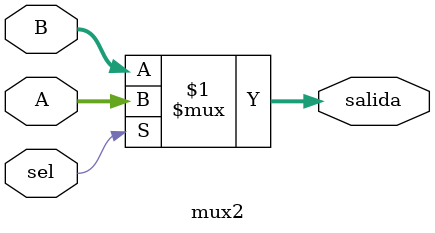
<source format=v>
`timescale 1ns / 1ps
module mux2
(A,B,sel,salida);

	// Entradas modulo
	input wire [15:0] A, B;
	input wire sel;
	
	// Salidas modulo
	output wire [15:0] salida;
	
	// Logica multiplexor
	assign salida = (sel) ? A: B;
	
endmodule

</source>
